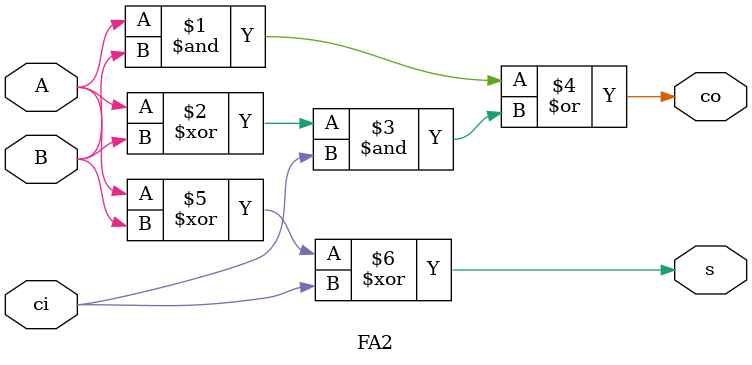
<source format=v>
`timescale 1 ns / 1 ps

module FA2 ( A ,B ,ci ,co ,s );

input A ;
wire A ;
input B ;
wire B ;
input ci ;
wire ci ;
output co ;
wire co ;
output s ;
wire s ;

//}} End of automatically maintained section
assign co = ((A & B) | ((A ^ B) & ci));
assign s = ((A ^ B) ^ ci);

// -- Enter your statements here -- //

endmodule

</source>
